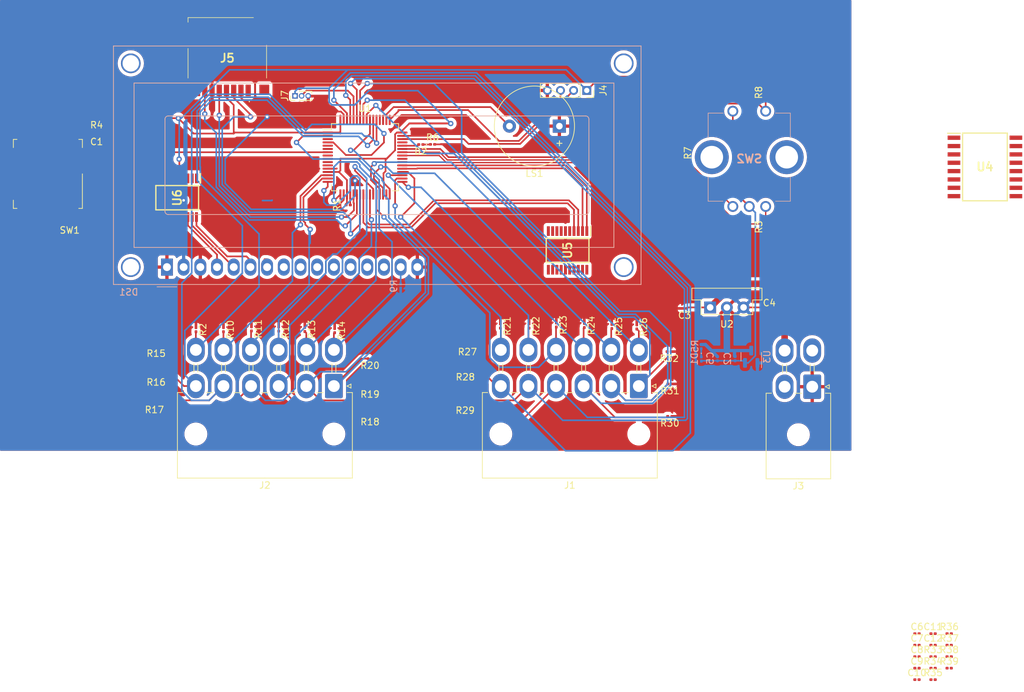
<source format=kicad_pcb>
(kicad_pcb (version 20221018) (generator pcbnew)
  (layers (0 "F.Cu" signal) (31 "B.Cu" signal) (34 "B.Paste" user) (35 "F.Paste" user) (36 "B.SilkS" user "B.Silkscreen") (37 "F.SilkS" user "F.Silkscreen") (38 "B.Mask" user) (39 "F.Mask" user) (44 "Edge.Cuts" user))
  (net 0 "")
  (net 1 "GND")
  (net 2 "Net-(U1-NRST)")
  (net 3 "+12V")
  (net 4 "+5V")
  (net 5 "+3.3V")
  (net 6 "Net-(U1-PC7)")
  (net 7 "Enc+")
  (net 8 "Net-(D1-K)")
  (net 9 "Net-(D2-K)")
  (net 10 "Enc-")
  (net 11 "Button")
  (net 12 "Net-(DS1-LED(+))")
  (net 13 "Out6")
  (net 14 "Net-(U1-PC6)")
  (net 15 "Net-(U1-PC5)")
  (net 16 "XIn")
  (net 17 "XOut")
  (net 18 "Net-(DS1-D0)")
  (net 19 "Net-(DS1-D1)")
  (net 20 "Net-(DS1-D2)")
  (net 21 "Net-(DS1-D3)")
  (net 22 "Out8")
  (net 23 "Out7")
  (net 24 "Out1")
  (net 25 "Out3")
  (net 26 "Net-(J5-CLK)")
  (net 27 "Net-(J5-DAT0)")
  (net 28 "Net-(J5-CMD)")
  (net 29 "Net-(DS1-D4)")
  (net 30 "Net-(DS1-D5)")
  (net 31 "In1")
  (net 32 "In2")
  (net 33 "In3")
  (net 34 "In11")
  (net 35 "In12")
  (net 36 "Out12")
  (net 37 "Out11")
  (net 38 "Out10")
  (net 39 "Out9")
  (net 40 "Net-(DS1-D6)")
  (net 41 "Net-(DS1-D7)")
  (net 42 "Net-(U1-PC4)")
  (net 43 "Net-(U1-PC3)")
  (net 44 "HeartBeat")
  (net 46 "Net-(J4-Pin_2)")
  (net 47 "Net-(J4-Pin_3)")
  (net 48 "Net-(U1-PA15)")
  (net 49 "Net-(U1-PC2)")
  (net 50 "Out4")
  (net 51 "Out5")
  (net 52 "Out2")
  (net 53 "In4")
  (net 54 "In5")
  (net 55 "In6")
  (net 56 "In7")
  (net 57 "In8")
  (net 58 "Net-(U1-PC1)")
  (net 59 "In9")
  (net 60 "In10")
  (net 65 "Net-(U1-PC0)")
  (net 66 "R1OutA")
  (net 67 "T1InA")
  (net 68 "rwA")
  (net 69 "EA")
  (net 70 "RSA")
  (net 71 "RSB")
  (net 72 "EB")
  (net 73 "rwB")
  (net 74 "T1InB")
  (net 75 "R1OutB")
  (net 76 "Net-(U4-C2+)")
  (net 77 "Net-(U4-C2-)")
  (net 78 "Net-(U4-C1+)")
  (net 79 "Net-(U4-C1-)")
  (net 80 "Net-(U4-VS-)")
  (net 81 "Net-(U4-VS+)")
  (net 82 "T2In")
  (net 83 "R1Out")
  (net 84 "R2Out")
  (net 85 "T1In")
  (net 86 "cs1")
  (net 87 "Boot0")
  (net 88 "232Out2")
  (net 89 "232In2")
  (net 90 "R2OutB")
  (net 91 "T2InB")
  (net 92 "232In1")
  (net 93 "232Out1")
  (footprint "Resistor_SMD:R_0201_0603Metric" (layer "F.Cu") (at 171.829411 100.473771 -90)
    (fp_text reference "R25")
    (fp_text value "10k" hide)
  )
  (footprint "Resistor_SMD:R_0201_0603Metric" (layer "F.Cu") (at 135.037033 105.364748 180)
    (fp_text reference "R20")
    (fp_text value "10k" hide)
  )
  (footprint "Resistor_SMD:R_0201_0603Metric" (layer "F.Cu") (at 220.71 154.21)
    (fp_text reference "R35")
    (fp_text value "10k")
  )
  (footprint "Resistor_SMD:R_0201_0603Metric" (layer "F.Cu") (at 154.86635 100.396614 -90)
    (fp_text reference "R21")
    (fp_text value "10k" hide)
  )
  (footprint "Resistor_SMD:R_0201_0603Metric" (layer "F.Cu") (at 102.235 114.2)
    (fp_text reference "R17")
    (fp_text value "10k" hide)
  )
  (footprint "Resistor_SMD:R_0201_0603Metric" (layer "F.Cu") (at 220.71 150.71)
    (fp_text reference "R33")
    (fp_text value "10k")
  )
  (footprint "Connector_Molex:Molex_Mini-Fit_Jr_5569-12A2_2x06_P4.20mm_Horizontal" (layer "F.Cu") (at 129.54 109.54 180)
    (fp_text reference "J2")
    (fp_text value "I/O A")
  )
  (footprint "Resistor_SMD:R_0201_0603Metric" (layer "F.Cu") (at 102.496637 110.011169)
    (fp_text reference "R16")
    (fp_text value "10k" hide)
  )
  (footprint "Resistor_SMD:R_0201_0603Metric" (layer "F.Cu") (at 144.554252 72.765487)
    (fp_text reference "R6")
    (fp_text value "470" hide)
  )
  (footprint "Resistor_SMD:R_0201_0603Metric" (layer "F.Cu") (at 182.893327 97.727787 180)
    (fp_text reference "C3")
    (fp_text value "0.1uf" hide)
  )
  (footprint "Package_QFP:LQFP-64_10x10mm_P0.5mm" (layer "F.Cu") (at 134.28 74.715)
    (fp_text reference "U1")
    (fp_text value "STM32F103RETx" hide)
  )
  (footprint "Resistor_SMD:R_0201_0603Metric" (layer "F.Cu") (at 175.628829 100.537551 -90)
    (fp_text reference "R26")
    (fp_text value "10k" hide)
  )
  (footprint "Resistor_SMD:R_0201_0603Metric" (layer "F.Cu") (at 180.656107 114.146547 180)
    (fp_text reference "R30")
    (fp_text value "10k" hide)
  )
  (footprint "Resistor_SMD:R_0201_0603Metric" (layer "F.Cu") (at 121.146121 100.860636 -90)
    (fp_text reference "R12")
    (fp_text value "10k" hide)
  )
  (footprint "Resistor_SMD:R_0201_0603Metric" (layer "F.Cu") (at 163.386258 100.243102 -90)
    (fp_text reference "R23")
    (fp_text value "10k" hide)
  )
  (footprint "Resistor_SMD:R_0201_0603Metric" (layer "F.Cu") (at 218.26 150.71)
    (fp_text reference "C8")
    (fp_text value "1uf")
  )
  (footprint "Connector_Molex:Molex_Mini-Fit_Jr_5569-04A2_2x02_P4.20mm_Horizontal" (layer "F.Cu") (at 202.32 109.64 180)
    (fp_text reference "J3")
    (fp_text value "Power")
  )
  (footprint "Resistor_SMD:R_0201_0603Metric" (layer "F.Cu") (at 180.685 109.22 180)
    (fp_text reference "R31")
    (fp_text value "10k" hide)
  )
  (footprint "Buzzer:Buzzer_12x9.5RM7.6" (layer "F.Cu") (at 163.851128 69.992131 180)
    (fp_text reference "LS1")
    (fp_text value "Speaker_Crystal")
  )
  (footprint "TXB0108PWR:SOP65P640X120-20N" (layer "F.Cu") (at 165.1 88.9 -90)
    (fp_text reference "U5")
    (fp_text value "TXB0108" hide)
  )
  (footprint "Resistor_SMD:R_0201_0603Metric" (layer "F.Cu") (at 218.26 147.21)
    (fp_text reference "C6")
    (fp_text value "1uf")
  )
  (footprint "Resistor_SMD:R_0201_0603Metric" (layer "F.Cu") (at 149.86 105.39063)
    (fp_text reference "R27")
    (fp_text value "10k" hide)
  )
  (footprint "Resistor_SMD:R_0201_0603Metric" (layer "F.Cu") (at 220.71 148.96)
    (fp_text reference "C12")
    (fp_text value "0.1uf")
  )
  (footprint "Resistor_SMD:R_0201_0603Metric" (layer "F.Cu") (at 223.16 147.21)
    (fp_text reference "R36")
    (fp_text value "10k")
  )
  (footprint "Resistor_SMD:R_0201_0603Metric" (layer "F.Cu") (at 93.439016 71.319279 180)
    (fp_text reference "C1")
    (fp_text value "0.1uf" hide)
  )
  (footprint "Resistor_SMD:R_0201_0603Metric" (layer "F.Cu") (at 116.999204 100.835265 -90)
    (fp_text reference "R11")
    (fp_text value "10k" hide)
  )
  (footprint "Resistor_SMD:R_0201_0603Metric" (layer "F.Cu") (at 131.715 81.99 180)
    (fp_text reference "R1")
    (fp_text value "10k" hide)
  )
  (footprint "Resistor_SMD:R_0201_0603Metric" (layer "F.Cu") (at 195.2536 85.333145 90)
    (fp_text reference "R3")
    (fp_text value "10k" hide)
  )
  (footprint "Resistor_SMD:R_0201_0603Metric" (layer "F.Cu") (at 149.515 114.3)
    (fp_text reference "R29")
    (fp_text value "10k" hide)
  )
  (footprint "Resistor_SMD:R_0201_0603Metric" (layer "F.Cu") (at 220.71 147.21)
    (fp_text reference "C11")
    (fp_text value "0.1uf")
  )
  (footprint "Connector_Molex:Molex_Mini-Fit_Jr_5569-12A2_2x06_P4.20mm_Horizontal" (layer "F.Cu") (at 175.94 109.54 180)
    (fp_text reference "J1")
    (fp_text value "I/O B")
  )
  (footprint "Resistor_SMD:R_0201_0603Metric" (layer "F.Cu") (at 102.496637 105.631169)
    (fp_text reference "R15")
    (fp_text value "10k" hide)
  )
  (footprint "Resistor_SMD:R_0201_0603Metric" (layer "F.Cu") (at 167.646213 100.319858 -90)
    (fp_text reference "R24")
    (fp_text value "10k" hide)
  )
  (footprint "Resistor_SMD:R_0201_0603Metric" (layer "F.Cu") (at 112.741882 100.956534 -90)
    (fp_text reference "R10")
    (fp_text value "10k" hide)
  )
  (footprint "Resistor_SMD:R_0201_0603Metric" (layer "F.Cu") (at 159.241438 100.396614 -90)
    (fp_text reference "R22")
    (fp_text value "10k" hide)
  )
  (footprint "Resistor_SMD:R_0201_0603Metric" (layer "F.Cu") (at 218.26 154.21)
    (fp_text reference "C10")
    (fp_text value "1uf")
  )
  (footprint "Resistor_SMD:R_0201_0603Metric" (layer "F.Cu") (at 223.16 150.71)
    (fp_text reference "R38")
    (fp_text value "10k")
  )
  (footprint "Resistor_SMD:R_0201_0603Metric" (layer "F.Cu") (at 180.568634 104.298556 180)
    (fp_text reference "R32")
    (fp_text value "10k" hide)
  )
  (footprint "TXB0108PWR:SOP65P640X120-20N" (layer "F.Cu") (at 105.705 80.882 -90)
    (fp_text reference "U6")
    (fp_text value "TXB0108" hide)
  )
  (footprint "Connector_PinSocket_2.00mm:PinSocket_1x04_P2.00mm_Vertical" (layer "F.Cu") (at 168.017451 64.558725 -90)
    (fp_text reference "J4")
    (fp_text value "SWD")
  )
  (footprint "DM3D:DM3DSF" (layer "F.Cu") (at 113.325 59.205)
    (fp_text reference "J5")
    (fp_text value "Micro_SD_Card" hide)
  )
  (footprint "Resistor_SMD:R_0201_0603Metric" (layer "F.Cu") (at 149.54 109.22)
    (fp_text reference "R28")
    (fp_text value "10k" hide)
  )
  (footprint "Resistor_SMD:R_0201_0603Metric" (layer "F.Cu") (at 125.119865 100.925793 -90)
    (fp_text reference "R13")
    (fp_text value "10k" hide)
  )
  (footprint "Resistor_SMD:R_0201_0603Metric" (layer "F.Cu") (at 223.16 152.46)
    (fp_text reference "R39")
    (fp_text value "10k")
  )
  (footprint "Resistor_SMD:R_0201_0603Metric" (layer "F.Cu") (at 135.037033 109.744748 180)
    (fp_text reference "R19")
    (fp_text value "10k" hide)
  )
  (footprint "Resistor_SMD:R_0201_0603Metric" (layer "F.Cu") (at 195.796813 97.932605)
    (fp_text reference "C4")
    (fp_text value "0.1uf" hide)
  )
  (footprint "Resistor_SMD:R_0201_0603Metric" (layer "F.Cu") (at 220.71 152.46)
    (fp_text reference "R34")
    (fp_text value "10k")
  )
  (footprint "LED_SMD:LED_0201_0603Metric" (layer "F.Cu") (at 142.768614 72.787478 180)
    (fp_text reference "D2")
    (fp_text value "LED" hide)
  )
  (footprint "Resistor_SMD:R_0201_0603Metric" (layer "F.Cu") (at 108.558844 100.956534 -90)
    (fp_text reference "R2")
    (fp_text value "10k" hide)
  )
  (footprint "Converter_DCDC:Converter_DCDC_Murata_OKI-78SR_Vertical" (layer "F.Cu") (at 186.793886 97.575)
    (fp_text reference "U2")
    (fp_text value "5v regulator" hide)
  )
  (footprint "Max232:SOIC127P1032X265-16N" (layer "F.Cu") (at 228.6 76.2)
    (fp_text reference "U4")
    (fp_text value "MAX232" hide)
  )
  (footprint "Resistor_SMD:R_0201_0603Metric" (layer "F.Cu") (at 223.16 148.96)
    (fp_text reference "R37")
    (fp_text value "10k")
  )
  (footprint "Resistor_SMD:R_0201_0603Metric" (layer "F.Cu") (at 135.037033 113.944748 180)
    (fp_text reference "R18")
    (fp_text value "10k" hide)
  )
  (footprint "Resistor_SMD:R_0201_0603Metric" (layer "F.Cu") (at 93.439016 68.779279 180)
    (fp_text reference "R4")
    (fp_text value "10k" hide)
  )
  (footprint "Resistor_SMD:R_0201_0603Metric" (layer "F.Cu") (at 218.26 152.46)
    (fp_text reference "C9")
    (fp_text value "1uf")
  )
  (footprint "Resistor_SMD:R_0201_0603Metric" (layer "F.Cu") (at 129.660451 101.10043 -90)
    (fp_text reference "R14")
    (fp_text value "10k" hide)
  )
  (footprint "Connector_PinHeader_1.00mm:PinHeader_1x03_P1.00mm_Vertical" (layer "F.Cu") (at 123.630069 65.384794 90)
    (fp_text reference "J7")
    (fp_text value "Boot")
  )
  (footprint "Button_Switch_SMD:SW_MEC_5GSH9" (layer "F.Cu") (at 86.02 77.255 180)
    (fp_text reference "SW1")
    (fp_text value "SW_MEC_5G")
  )
  (footprint "Resistor_SMD:R_0201_0603Metric" (layer "F.Cu") (at 218.26 148.96)
    (fp_text reference "C7")
    (fp_text value "1uf")
  )
  (footprint "Resistor_SMD:R_0201_0603Metric" (layer "F.Cu") (at 182.347517 74.077402 -90)
    (fp_text reference "R7")
    (fp_text value "10k" hide)
  )
  (footprint "Resistor_SMD:R_0201_0603Metric" (layer "F.Cu") (at 195.24 64.875 90)
    (fp_text reference "R8")
    (fp_text value "10k" hide)
  )
  (footprint "LED_SMD:LED_0201_0603Metric" (layer "B.Cu") (at 185.452413 105.422298 -90)
    (fp_text reference "D1")
    (fp_text value "LED" hide)
  )
  (footprint "Resistor_SMD:R_0201_0603Metric" (layer "B.Cu") (at 185.425861 103.538334 90)
    (fp_text reference "R5")
    (fp_text value "470" hide)
  )
  (footprint "Package_TO_SOT_SMD:SOT-23" (layer "B.Cu") (at 193.04 105.0775 90)
    (fp_text reference "U3")
    (fp_text value "3.3v Regulator" hide)
  )
  (footprint "Resistor_SMD:R_0201_0603Metric" (layer "B.Cu") (at 187.904021 105.378046 90)
    (fp_text reference "C5")
    (fp_text value "0.1uf" hide)
  )
  (footprint "Display:WC1602A" (layer "B.Cu") (at 104.14 91.44)
    (fp_text reference "DS1")
    (fp_text value "LCD")
  )
  (footprint "Resistor_SMD:R_0201_0603Metric" (layer "B.Cu") (at 190.585967 105.367537 90)
    (fp_text reference "C2")
    (fp_text value "0.1uf" hide)
  )
  (footprint "Resistor_SMD:R_0201_0603Metric" (layer "B.Cu") (at 139.7 94.325 -90)
    (fp_text reference "R9")
    (fp_text value "470" hide)
  )
  (footprint "Encoder:PEC11R4220FS0024" (layer "B.Cu") (at 195.24 67.715 180)
    (fp_text reference "SW2")
    (fp_text value "RoterySwitch" hide)
  )
  (segment (start 105.38 83.82) (end 105.38 82.8325) (width 0.25) (layer "F.Cu") (net 1))
  (segment (start 139.955 71.465) (end 143.942152 71.465) (width 0.25) (layer "F.Cu") (net 1))
  (segment (start 132.760188 78.297944) (end 132.760188 78.25844) (width 0.25) (layer "F.Cu") (net 1))
  (segment (start 105.441894 82.770606) (end 105.441894 81.545143) (width 0.25) (layer "F.Cu") (net 1))
  (segment (start 115.76 66.04) (end 115.4 65.68) (width 0.25) (layer "F.Cu") (net 1))
  (segment (start 132.760188 78.25844) (end 132.700931 78.317697) (width 0.25) (layer "F.Cu") (net 1))
  (segment (start 132.720684 78.297944) (end 132.760188 78.297944) (width 0.25) (layer "F.Cu") (net 1))
  (segment (start 131.03 69.04) (end 131.03 68.199315) (width 0.25) (layer "F.Cu") (net 1))
  (segment (start 115.4 65.68) (end 115.4 64.555) (width 0.25) (layer "F.Cu") (net 1))
  (segment (start 130.606474 67.775789) (end 129.65858 67.775789) (width 0.25) (layer "F.Cu") (net 1))
  (segment (start 143.942152 71.465) (end 144.627887 70.779265) (width 0.25) (layer "F.Cu") (net 1))
  (segment (start 105.38 82.8325) (end 105.441894 82.770606) (width 0.25) (layer "F.Cu") (net 1))
  (segment (start 105.38 79.54125) (end 105.394703 79.555953) (width 0.25) (layer "F.Cu") (net 1))
  (segment (start 144.874252 72.765487) (end 147.521058 72.765487) (width 0.25) (layer "F.Cu") (net 1))
  (segment (start 130.68038 81.580305) (end 130.265 81.580305) (width 0.25) (layer "F.Cu") (net 1))
  (segment (start 129.953471 76.465) (end 129.983268 76.435203) (width 0.25) (layer "F.Cu") (net 1))
  (segment (start 132.03 80.39) (end 132.03 78.988628) (width 0.25) (layer "F.Cu") (net 1))
  (segment (start 132.06 82.015) (end 132.03 81.985) (width 0.25) (layer "F.Cu") (net 1))
  (segment (start 131.03 68.199315) (end 130.606474 67.775789) (width 0.25) (layer "F.Cu") (net 1))
  (segment (start 105.38 77.944) (end 105.38 79.54125) (width 0.25) (layer "F.Cu") (net 1))
  (segment (start 137.53 80.39) (end 137.548279 80.408279) (width 0.25) (layer "F.Cu") (net 1))
  (segment (start 131.03 81.230685) (end 130.68038 81.580305) (width 0.25) (layer "F.Cu") (net 1))
  (segment (start 132.03 81.985) (end 132.03 80.39) (width 0.25) (layer "F.Cu") (net 1))
  (segment (start 116.84 66.04) (end 115.76 66.04) (width 0.25) (layer "F.Cu") (net 1))
  (segment (start 119.38 68.58) (end 116.84 66.04) (width 0.25) (layer "F.Cu") (net 1))
  (segment (start 128.605 76.465) (end 129.953471 76.465) (width 0.25) (layer "F.Cu") (net 1))
  (segment (start 132.03 78.988628) (end 132.720684 78.297944) (width 0.25) (layer "F.Cu") (net 1))
  (segment (start 131.03 80.39) (end 131.03 81.230685) (width 0.25) (layer "F.Cu") (net 1))
  (via (at 119.38 68.58) (size 0.8) (drill 0.4) (layers "F.Cu" "B.Cu") (net 1))
  (via (at 132.760188 78.297944) (size 0.8) (drill 0.4) (layers "F.Cu" "B.Cu") (net 1))
  (segment (start 113 78.707208) (end 116.937792 82.645) (width 0.25) (layer "B.Cu") (net 1))
  (segment (start 113 74.96) (end 113 78.707208) (width 0.25) (layer "B.Cu") (net 1))
  (segment (start 185.425861 103.218334) (end 186.064309 103.218334) (width 0.5) (layer "B.Cu") (net 1))
  (segment (start 190.5 104.14) (end 190.5 104.96157) (width 0.5) (layer "B.Cu") (net 1))
  (segment (start 189.334142 104.14) (end 190.5 104.14) (width 0.5) (layer "B.Cu") (net 1))
  (segment (start 186.985975 104.14) (end 189.334142 104.14) (width 0.5) (layer "B.Cu") (net 1))
  (segment (start 132.760188 80.599812) (end 132.760188 78.297944) (width 0.25) (layer "B.Cu") (net 1))
  (segment (start 186.064309 103.218334) (end 186.985975 104.14) (width 0.5) (layer "B.Cu") (net 1))
  (segment (start 119.38 68.58) (end 113 74.96) (width 0.25) (layer "B.Cu") (net 1))
  (segment (start 116.937792 82.645) (end 130.715 82.645) (width 0.25) (layer "B.Cu") (net 1))
  (segment (start 130.715 82.645) (end 132.760188 80.599812) (width 0.25) (layer "B.Cu") (net 1))
  (segment (start 190.5 104.14) (end 193.04 104.14) (width 0.5) (layer "B.Cu") (net 1))
  (segment (start 189.333886 97.575) (end 189.333886 104.139744) (width 1) (layer "B.Cu") (net 1))
  (segment (start 186.064309 103.218334) (end 187.904021 105.058046) (width 0.5) (layer "B.Cu") (net 1))
  (segment (start 190.5 104.96157) (end 190.545967 105.007537) (width 0.5) (layer "B.Cu") (net 1))
  (segment (start 189.333886 104.139744) (end 189.334142 104.14) (width 0.25) (layer "B.Cu") (net 1))
  (segment (start 190.545967 105.007537) (end 190.585967 105.007537) (width 0.5) (layer "B.Cu") (net 1))
  (segment (start 89.83 71.005) (end 93.054664 71.005) (width 0.25) (layer "F.Cu") (net 2))
  (segment (start 89.83 72.868604) (end 89.83 71.005) (width 0.25) (layer "F.Cu") (net 2))
  (segment (start 128.605 73.965) (end 90.926396 73.965) (width 0.25) (layer "F.Cu") (net 2))
  (segment (start 93.119016 70.940648) (end 93.119016 71.319279) (width 0.25) (layer "F.Cu") (net 2))
  (segment (start 93.119016 68.779279) (end 93.119016 70.940648) (width 0.25) (layer "F.Cu") (net 2))
  (segment (start 93.054664 71.005) (end 93.119016 70.940648) (width 0.25) (layer "F.Cu") (net 2))
  (segment (start 90.926396 73.965) (end 89.83 72.868604) (width 0.25) (layer "F.Cu") (net 2))
  (segment (start 190.388886 93.98) (end 186.793886 97.575) (width 1) (layer "F.Cu") (net 3))
  (segment (start 183.366114 97.575) (end 186.793886 97.575) (width 0.25) (layer "F.Cu") (net 3))
  (segment (start 198.12 93.98) (end 190.388886 93.98) (width 1) (layer "F.Cu") (net 3))
  (segment (start 198.12 93.98) (end 198.12 104.14) (width 1) (layer "F.Cu") (net 3))
  (segment (start 183.213327 97.727787) (end 183.366114 97.575) (width 0.25) (layer "F.Cu") (net 3))
  (segment (start 195.119208 97.575) (end 191.873886 97.575) (width 0.25) (layer "F.Cu") (net 4))
  (segment (start 106.03 83.82) (end 106.03 81.93) (width 0.25) (layer "F.Cu") (net 4))
  (segment (start 106.03 81.93) (end 106.68 81.28) (width 0.25) (layer "F.Cu") (net 4))
  (segment (start 195.476813 97.932605) (end 195.119208 97.575) (width 0.25) (layer "F.Cu") (net 4))
  (via (at 106.68 81.28) (size 0.8) (drill 0.4) (layers "F.Cu" "B.Cu") (net 4))
  (segment (start 120.09585 81.314611) (end 120.153578 81.256883) (width 0.25) (layer "B.Cu") (net 4))
  (segment (start 105.586665 81.28) (end 105.562265 81.3044) (width 0.25) (layer "B.Cu") (net 4))
  (segment (start 118.675745 81.314611) (end 120.09585 81.314611) (width 0.25) (layer "B.Cu") (net 4))
  (segment (start 106.68 81.28) (end 105.586665 81.28) (width 0.25) (layer "B.Cu") (net 4))
  (segment (start 108.199368 71.12) (end 105.873499 68.794131) (width 0.25) (layer "F.Cu") (net 5))
  (segment (start 141.052791 69.558867) (end 141.052791 69.558867) (width 0.25) (layer "F.Cu") (net 5))
  (segment (start 131.53 78.19) (end 131.53 80.39) (width 0.25) (layer "F.Cu") (net 5))
  (segment (start 137.092315 77.164695) (end 137.092315 78.61163) (width 0.25) (layer "F.Cu") (net 5))
  (segment (start 128.605 70.965) (end 114.455 70.965) (width 0.25) (layer "F.Cu") (net 5))
  (segment (start 128.605 76.965) (end 130.305 76.965) (width 0.25) (layer "F.Cu") (net 5))
  (segment (start 105.858647 68.779279) (end 93.759016 68.779279) (width 0.25) (layer "F.Cu") (net 5))
  (segment (start 131.395 81.798959) (end 131.53 81.663959) (width 0.25) (layer "F.Cu") (net 5))
  (segment (start 147.32 69.594299) (end 141.017359 69.594299) (width 0.25) (layer "F.Cu") (net 5))
  (segment (start 114.3 71.12) (end 114.3 66.78) (width 0.25) (layer "F.Cu") (net 5))
  (segment (start 130.53 71.12) (end 130.53 69.04) (width 0.25) (layer "F.Cu") (net 5))
  (segment (start 168.017451 64.558725) (end 170.111176 62.465) (width 0.25) (layer "F.Cu") (net 5))
  (segment (start 190.24 67.715) (end 190.24 69.635) (width 0.25) (layer "F.Cu") (net 5))
  (segment (start 114.455 70.965) (end 114.3 71.12) (width 0.25) (layer "F.Cu") (net 5))
  (segment (start 138.13 74.385) (end 138.855 73.66) (width 0.25) (layer "F.Cu") (net 5))
  (segment (start 137.57924 74.93576) (end 138.13 74.385) (width 0.25) (layer "F.Cu") (net 5))
  (segment (start 131.395 81.99) (end 131.395 81.798959) (width 0.25) (layer "F.Cu") (net 5))
  (segment (start 130.305 76.965) (end 130.53 76.74) (width 0.25) (layer "F.Cu") (net 5))
  (segment (start 141.017359 69.594299) (end 139.955 70.656658) (width 0.25) (layer "F.Cu") (net 5))
  (segment (start 113.2 65.68) (end 113.2 64.555) (width 0.25) (layer "F.Cu") (net 5))
  (segment (start 114.3 71.12) (end 108.199368 71.12) (width 0.25) (layer "F.Cu") (net 5))
  (segment (start 137.404302 76.852708) (end 137.092315 77.164695) (width 0.25) (layer "F.Cu") (net 5))
  (segment (start 139.955 70.656658) (end 139.955 70.965) (width 0.25) (layer "F.Cu") (net 5))
  (segment (start 130.53 74.93576) (end 137.57924 74.93576) (width 0.25) (layer "F.Cu") (net 5))
  (segment (start 190.24 79.715) (end 192.74 82.215) (width 0.25) (layer "F.Cu") (net 5))
  (segment (start 105.992991 75.011434) (end 106.03 75.048443) (width 0.25) (layer "F.Cu") (net 5))
  (segment (start 190.24 69.635) (end 190.24 79.715) (width 0.25) (layer "F.Cu") (net 5))
  (segment (start 147.284568 69.558867) (end 141.052791 69.558867) (width 0.25) (layer "F.Cu") (net 5))
  (segment (start 137.404302 75.110698) (end 137.404302 76.852708) (width 0.25) (layer "F.Cu") (net 5))
  (segment (start 197.78 62.86948) (end 197.78 69.635) (width 0.25) (layer "F.Cu") (net 5))
  (segment (start 105.873499 68.794131) (end 105.858647 68.779279) (width 0.25) (layer "F.Cu") (net 5))
  (segment (start 138.855 73.66) (end 138.855 71.224315) (width 0.25) (layer "F.Cu") (net 5))
  (segment (start 138.13 74.385) (end 137.404302 75.110698) (width 0.25) (layer "F.Cu") (net 5))
  (segment (start 147.32 69.594299) (end 147.284568 69.558867) (width 0.25) (layer "F.Cu") (net 5))
  (segment (start 197.37552 62.465) (end 197.78 62.86948) (width 0.25) (layer "F.Cu") (net 5))
  (segment (start 128.605 70.965) (end 130.375 70.965) (width 0.25) (layer "F.Cu") (net 5))
  (segment (start 170.111176 62.465) (end 197.37552 62.465) (width 0.25) (layer "F.Cu") (net 5))
  (segment (start 137.092315 78.61163) (end 138.03 79.549315) (width 0.25) (layer "F.Cu") (net 5))
  (segment (start 130.305 76.965) (end 131.53 78.19) (width 0.25) (layer "F.Cu") (net 5))
  (segment (start 130.375 70.965) (end 130.53 71.12) (width 0.25) (layer "F.Cu") (net 5))
  (segment (start 138.03 79.549315) (end 138.03 80.39) (width 0.25) (layer "F.Cu") (net 5))
  (segment (start 131.53 81.663959) (end 131.53 80.39) (width 0.25) (layer "F.Cu") (net 5))
  (segment (start 114.3 66.78) (end 113.2 65.68) (width 0.25) (layer "F.Cu") (net 5))
  (segment (start 139.114315 70.965) (end 139.955 70.965) (width 0.25) (layer "F.Cu") (net 5))
  (segment (start 138.855 71.224315) (end 139.114315 70.965) (width 0.25) (layer "F.Cu") (net 5))
  (segment (start 130.53 76.74) (end 130.53 74.93576) (width 0.25) (layer "F.Cu") (net 5))
  (segment (start 106.03 75.048443) (end 106.03 77.944) (width 0.25) (layer "F.Cu") (net 5))
  (segment (start 197.78 69.635) (end 190.24 69.635) (width 0.25) (layer "F.Cu") (net 5))
  (via (at 105.992991 75.011434) (size 0.8) (drill 0.4) (layers "F.Cu" "B.Cu") (net 5))
  (via (at 147.32 69.594299) (size 0.8) (drill 0.4) (layers "F.Cu" "B.Cu") (net 5))
  (via (at 105.873499 68.794131) (size 0.8) (drill 0.4) (layers "F.Cu" "B.Cu") (net 5))
  (segment (start 193.665 83.14) (end 193.665 104.924251) (width 0.25) (layer "B.Cu") (net 5))
  (segment (start 105.873499 68.794131) (end 106.301761 68.794131) (width 0.25) (layer "B.Cu") (net 5))
  (segment (start 192.74 82.215) (end 193.665 83.14) (width 0.25) (layer "B.Cu") (net 5))
  (segment (start 113.670892 61.425) (end 131.615 61.425) (width 0.25) (layer "B.Cu") (net 5))
  (segment (start 193.665 104.924251) (end 192.574251 106.015) (width 0.25) (layer "B.Cu") (net 5))
  (segment (start 164.883726 61.425) (end 168.017451 64.558725) (width 0.25) (layer "B.Cu") (net 5))
  (segment (start 192.574251 106.015) (end 192.09 106.015) (width 0.25) (layer "B.Cu") (net 5))
  (segment (start 129.239695 66.765) (end 128.815 66.340305) (width 0.25) (layer "B.Cu") (net 5))
  (segment (start 123.630069 64.709794) (end 124.114863 64.225) (width 0.25) (layer "B.Cu") (net 5))
  (segment (start 105.992991 75.011434) (end 106.022996 75.041439) (width 0.25) (layer "B.Cu") (net 5))
  (segment (start 185.507174 105.687537) (end 190.585967 105.687537) (width 0.25) (layer "B.Cu") (net 5))
  (segment (start 105.873499 68.794131) (end 106.022996 68.943628) (width 0.25) (layer "B.Cu") (net 5))
  (segment (start 128.815 66.340305) (end 128.815 64.225) (width 0.25) (layer "B.Cu") (net 5))
  (segment (start 128.815 64.225) (end 131.615 61.425) (width 0.25) (layer "B.Cu") (net 5))
  (segment (start 132.705821 66.765) (end 129.239695 66.765) (width 0.25) (layer "B.Cu") (net 5))
  (segment (start 106.301761 68.794131) (end 113.670892 61.425) (width 0.25) (layer "B.Cu") (net 5))
  (segment (start 106.022996 68.943628) (end 105.992991 75.011434) (width 0.25) (layer "B.Cu") (net 5))
  (segment (start 191.762537 105.687537) (end 192.09 106.015) (width 0.25) (layer "B.Cu") (net 5))
  (segment (start 124.114863 64.225) (end 128.815 64.225) (width 0.25) (layer "B.Cu") (net 5))
  (segment (start 123.630069 65.384794) (end 123.630069 64.709794) (width 0.25) (layer "B.Cu") (net 5))
  (segment (start 134.872237 64.598584) (end 132.705821 66.765) (width 0.25) (layer "B.Cu") (net 5))
  (segment (start 131.615 61.425) (end 164.883726 61.425) (width 0.25) (layer "B.Cu") (net 5))
  (segment (start 147.32 69.594299) (end 142.324285 64.598584) (width 0.25) (layer "B.Cu") (net 5))
  (segment (start 142.324285 64.598584) (end 134.872237 64.598584) (width 0.25) (layer "B.Cu") (net 5))
  (segment (start 190.585967 105.687537) (end 191.762537 105.687537) (width 0.25) (layer "B.Cu") (net 5))
  (segment (start 164.865 75.965) (end 168.025 79.125) (width 0.25) (layer "F.Cu") (net 6))
  (segment (start 168.025 79.125) (end 168.025 85.962) (width 0.25) (layer "F.Cu") (net 6))
  (segment (start 139.955 75.965) (end 164.865 75.965) (width 0.25) (layer "F.Cu") (net 6))
  (segment (start 191.035025 84.875) (end 195.24 84.875) (width 0.2) (layer "F.Cu") (net 7))
  (segment (start 145.563274 74.465) (end 146.638274 75.54) (width 0.2) (layer "F.Cu") (net 7))
  (segment (start 146.638274 75.54) (end 182.999314 75.54) (width 0.2) (layer "F.Cu") (net 7))
  (segment (start 188.045 80.585686) (end 188.045 81.884975) (width 0.2) (layer "F.Cu") (net 7))
  (segment (start 188.045 81.884975) (end 191.035025 84.875) (width 0.2) (layer "F.Cu") (net 7))
  (segment (start 182.999314 75.54) (end 188.045 80.585686) (width 0.2) (layer "F.Cu") (net 7))
  (segment (start 139.955 74.465) (end 145.563274 74.465) (width 0.2) (layer "F.Cu") (net 7))
  (segment (start 195.24 84.875) (end 195.24 82.215) (width 0.2) (layer "F.Cu") (net 7))
  (segment (start 185.425861 103.858334) (end 185.425861 105.075746) (width 0.25) (layer "B.Cu") (net 8))
  (segment (start 144.212261 72.787478) (end 144.234252 72.765487) (width 0.25) (layer "F.Cu") (net 9))
  (segment (start 143.088614 72.787478) (end 144.212261 72.787478) (width 0.25) (layer "F.Cu") (net 9))
  (segment (start 190.24 82.215) (end 183.165 75.14) (width 0.2) (layer "F.Cu") (net 10))
  (segment (start 145.62896 73.965) (end 139.955 73.965) (width 0.2) (layer "F.Cu") (net 10))
  (segment (start 182.54 75.14) (end 182.54 74.589885) (width 0.2) (layer "F.Cu") (net 10))
  (segment (start 183.165 75.14) (end 182.54 75.14) (width 0.2) (layer "F.Cu") (net 10))
  (segment (start 182.54 74.589885) (end 182.347517 74.397402) (width 0.2) (layer "F.Cu") (net 10))
  (segment (start 146.80396 75.14) (end 145.62896 73.965) (width 0.2) (layer "F.Cu") (net 10))
  (segment (start 182.54 75.14) (end 146.80396 75.14) (width 0.2) (layer "F.Cu") (net 10))
  (segment (start 177.46 74.715) (end 146.98 74.715) (width 0.25) (layer "F.Cu") (net 11))
  (segment (start 195.24 67.715) (end 194.09 66.565) (width 0.25) (layer "F.Cu") (net 11))
  (segment (start 146.98 74.715) (end 145.73 73.465) (width 0.25) (layer "F.Cu") (net 11))
  (segment (start 185.61 66.565) (end 177.46 74.715) (width 0.25) (layer "F.Cu") (net 11))
  (segment (start 145.73 73.465) (end 139.955 73.465) (width 0.25) (layer "F.Cu") (net 11))
  (segment (start 194.09 66.565) (end 185.61 66.565) (width 0.25) (layer "F.Cu") (net 11))
  (segment (start 195.24 67.715) (end 195.24 65.11) (width 0.25) (layer "F.Cu") (net 11))
  (segment (start 139.7 94.005) (end 139.7 91.44) (width 0.25) (layer "B.Cu") (net 12))
  (segment (start 136.03 72.564336) (end 136.03 69.04) (width 0.25) (layer "F.Cu") (net 13))
  (segment (start 106.725468 109.54) (end 108.54 109.54) (width 0.25) (layer "F.Cu") (net 13))
  (segment (start 102.816637 105.631169) (end 106.725468 109.54) (width 0.25) (layer "F.Cu") (net 13))
  (segment (start 136.042554 72.57689) (end 136.03 72.564336) (width 0.25) (layer "F.Cu") (net 13))
  (via (at 136.042554 72.57689) (size 0.8) (drill 0.4) (layers "F.Cu" "B.Cu") (net 13))
  (segment (start 106.865 107.865) (end 106.865 101.097412) (width 0.25) (layer "B.Cu") (net 13))
  (segment (start 106.865 101.097412) (end 115.615 92.347412) (width 0.25) (layer "B.Cu") (net 13))
  (segment (start 134.97811 71.512446) (end 136.042554 72.57689) (width 0.25) (layer "B.Cu") (net 13))
  (segment (start 108.725 77.241396) (end 108.725 67.643684) (width 0.25) (layer "B.Cu") (net 13))
  (segment (start 115.615 85.135) (end 108.77 78.29) (width 0.25) (layer "B.Cu") (net 13))
  (segment (start 108.77 78.29) (end 108.77 77.286396) (width 0.25) (layer "B.Cu") (net 13))
  (segment (start 115.615 92.347412) (end 115.615 85.135) (width 0.25) (layer "B.Cu") (net 13))
  (segment (start 134.181918 71.512446) (end 134.97811 71.512446) (width 0.25) (layer "B.Cu") (net 13))
  (segment (start 119.566396 65.59) (end 125.074919 71.098523) (width 0.25) (layer "B.Cu") (net 13))
  (segment (start 133.767995 71.098523) (end 134.181918 71.512446) (width 0.25) (layer "B.Cu") (net 13))
  (segment (start 108.54 109.54) (end 106.865 107.865) (width 0.25) (layer "B.Cu") (net 13))
  (segment (start 110.778684 65.59) (end 119.566396 65.59) (width 0.25) (layer "B.Cu") (net 13))
  (segment (start 125.074919 71.098523) (end 133.767995 71.098523) (width 0.25) (layer "B.Cu") (net 13))
  (segment (start 108.77 77.286396) (end 108.725 77.241396) (width 0.25) (layer "B.Cu") (net 13))
  (segment (start 108.725 67.643684) (end 110.778684 65.59) (width 0.25) (layer "B.Cu") (net 13))
  (segment (start 139.955 76.465) (end 142.19 76.465) (width 0.25) (layer "F.Cu") (net 14))
  (segment (start 167.375 79.111396) (end 167.375 85.962) (width 0.25) (layer "F.Cu") (net 14))
  (segment (start 142.24 76.415) (end 164.678604 76.415) (width 0.25) (layer "F.Cu") (net 14))
  (segment (start 142.19 76.465) (end 142.24 76.415) (width 0.25) (layer "F.Cu") (net 14))
  (segment (start 164.678604 76.415) (end 167.375 79.111396) (width 0.25) (layer "F.Cu") (net 14))
  (segment (start 134.954195 84.955) (end 141.105 84.955) (width 0.25) (layer "F.Cu") (net 15))
  (segment (start 134.53 80.39) (end 134.53 84.530805) (width 0.25) (layer "F.Cu") (net 15))
  (segment (start 144.78 81.28) (end 165.286396 81.28) (width 0.25) (layer "F.Cu") (net 15))
  (segment (start 134.53 84.530805) (end 134.954195 84.955) (width 0.25) (layer "F.Cu") (net 15))
  (segment (start 141.105 84.955) (end 144.78 81.28) (width 0.25) (layer "F.Cu") (net 15))
  (segment (start 166.725 82.718604) (end 166.725 85.962) (width 0.25) (layer "F.Cu") (net 15))
  (segment (start 165.286396 81.28) (end 166.725 82.718604) (width 0.25) (layer "F.Cu") (net 15))
  (segment (start 119.38 90.235) (end 118.985312 90.235) (width 0.25) (layer "F.Cu") (net 18))
  (segment (start 119.38 91.44) (end 119.38 90.235) (width 0.25) (layer "F.Cu") (net 18))
  (segment (start 125.34 101.465928) (end 125.34 104.04) (width 0.25) (layer "F.Cu") (net 22))
  (segment (start 129.64 81.28) (end 129.54 81.28) (width 0.25) (layer "F.Cu") (net 22))
  (segment (start 125.119865 101.245793) (end 125.34 101.465928) (width 0.25) (layer "F.Cu") (net 22))
  (segment (start 130.53 80.39) (end 129.64 81.28) (width 0.25) (layer "F.Cu") (net 22))
  (via (at 129.54 81.28) (size 0.8) (drill 0.4) (layers "F.Cu" "B.Cu") (net 22))
  (segment (start 133.057772 75.438814) (end 130.301186 75.438814) (width 0.25) (layer "B.Cu") (net 22))
  (segment (start 130.301186 75.438814) (end 129.54 76.2) (width 0.25) (layer "B.Cu") (net 22))
  (segment (start 133.482467 75.863509) (end 133.057772 75.438814) (width 0.25) (layer "B.Cu") (net 22))
  (segment (start 135.935 87.585) (end 135.9795 87.5405) (width 0.25) (layer "B.Cu") (net 22))
  (segment (start 125.34 104.04) (end 135.935 93.445) (width 0.25) (layer "B.Cu") (net 22))
  (segment (start 135.9795 87.5405) (end 135.9795 78.697033) (width 0.25) (layer "B.Cu") (net 22))
  (segment (start 133.482467 76.2) (end 133.482467 75.863509) (width 0.25) (layer "B.Cu") (net 22))
  (segment (start 135.935 93.445) (end 135.935 87.585) (width 0.25) (layer "B.Cu") (net 22))
  (segment (start 135.9795 78.697033) (end 133.482467 76.2) (width 0.25) (layer "B.Cu") (net 22))
  (segment (start 129.54 76.2) (end 129.54 81.28) (width 0.25) (layer "B.Cu") (net 22))
  (segment (start 128.605 71.465) (end 124.865785 71.465) (width 0.25) (layer "F.Cu") (net 23))
  (segment (start 129.660451 101.42043) (end 129.54 101.540881) (width 0.25) (layer "F.Cu") (net 23))
  (segment (start 129.54 101.540881) (end 129.54 104.04) (width 0.25) (layer "F.Cu") (net 23))
  (segment (start 124.865785 71.465) (end 123.854299 72.476486) (width 0.25) (layer "F.Cu") (net 23))
  (via (at 123.854299 72.476486) (size 0.8) (drill 0.4) (layers "F.Cu" "B.Cu") (net 23))
  (segment (start 138.385 95.195) (end 138.385 87.585) (width 0.25) (layer "B.Cu") (net 23))
  (segment (start 136.4295 78.174146) (end 133.244168 74.988814) (width 0.25) (layer "B.Cu") (net 23))
  (segment (start 138.385 87.585) (end 136.4295 85.6295) (width 0.25) (layer "B.Cu") (net 23))
  (segment (start 129.54 104.04) (end 138.385 95.195) (width 0.25) (layer "B.Cu") (net 23))
  (segment (start 136.4295 85.6295) (end 136.4295 78.174146) (width 0.25) (layer "B.Cu") (net 23))
  (segment (start 126.366627 74.988814) (end 123.854299 72.476486) (width 0.25) (layer "B.Cu") (net 23))
  (segment (start 133.244168 74.988814) (end 126.366627 74.988814) (width 0.25) (layer "B.Cu") (net 23))
  (segment (start 134.717033 105.364748) (end 133.715252 105.364748) (width 0.25) (layer "F.Cu") (net 24))
  (segment (start 132.08 73.66) (end 132.546434 73.66) (width 0.25) (layer "F.Cu") (net 24))
  (segment (start 135.03 71.176434) (end 135.03 69.04) (width 0.25) (layer "F.Cu") (net 24))
  (segment (start 133.715252 105.364748) (end 129.54 109.54) (width 0.25) (layer "F.Cu") (net 24))
  (segment (start 132.546434 73.66) (end 135.03 71.176434) (width 0.25) (layer "F.Cu") (net 24))
  (via (at 132.08 73.66) (size 0.8) (drill 0.4) (layers "F.Cu" "B.Cu") (net 24))
  (segment (start 132.55175 73.66) (end 136.8795 77.98775) (width 0.25) (layer "B.Cu") (net 24))
  (segment (start 132.08 73.66) (end 132.55175 73.66) (width 0.25) (layer "B.Cu") (net 24))
  (segment (start 143.915 89.938604) (end 143.915 95.481396) (width 0.25) (layer "B.Cu") (net 24))
  (segment (start 129.856396 109.54) (end 129.54 109.54) (width 0.25) (layer "B.Cu") (net 24))
  (segment (start 137.885 81.191396) (end 137.885 83.908604) (width 0.25) (layer "B.Cu") (net 24))
  (segment (start 136.8795 77.98775) (end 136.8795 78.26651) (width 0.25) (layer "B.Cu") (net 24))
  (segment (start 137.16 78.54701) (end 137.16 80.466396) (width 0.25) (layer "B.Cu") (net 24))
  (segment (start 136.8795 78.26651) (end 137.16 78.54701) (width 0.25) (layer "B.Cu") (net 24))
  (segment (start 137.16 80.466396) (end 137.885 81.191396) (width 0.25) (layer "B.Cu") (net 24))
  (segment (start 143.915 95.481396) (end 129.856396 109.54) (width 0.25) (layer "B.Cu") (net 24))
  (segment (start 137.885 83.908604) (end 143.915 89.938604) (width 0.25) (layer "B.Cu") (net 24))
  (segment (start 132.757467 76.776782) (end 135.53 79.549315) (width 0.25) (layer "F.Cu") (net 25))
  (segment (start 125.544748 113.944748) (end 121.14 109.54) (width 0.25) (layer "F.Cu") (net 25))
  (segment (start 132.757467 76.163814) (end 132.757467 76.776782) (width 0.25) (layer "F.Cu") (net 25))
  (segment (start 135.53 79.549315) (end 135.53 80.39) (width 0.25) (layer "F.Cu") (net 25))
  (segment (start 134.717033 113.944748) (end 125.544748 113.944748) (width 0.25) (layer "F.Cu") (net 25))
  (segment (start 134.717033 113.944748) (end 134.322033 113.549748) (width 0.25) (layer "F.Cu") (net 25))
  (via (at 132.757467 76.163814) (size 0.8) (drill 0.4) (layers "F.Cu" "B.Cu") (net 25))
  (segment (start 134.5295 86.4505) (end 134.5295 77.935847) (width 0.25) (layer "B.Cu") (net 25))
  (segment (start 121.14 109.54) (end 122.815 107.865) (width 0.25) (layer "B.Cu") (net 25))
  (segment (start 134.5295 77.935847) (end 132.757467 76.163814) (width 0.25) (layer "B.Cu") (net 25))
  (segment (start 122.815 107.865) (end 122.815 100.297412) (width 0.25) (layer "B.Cu") (net 25))
  (segment (start 130.855 90.125) (end 134.5295 86.4505) (width 0.25) (layer "B.Cu") (net 25))
  (segment (start 130.855 92.257412) (end 130.855 90.125) (width 0.25) (layer "B.Cu") (net 25))
  (segment (start 122.815 100.297412) (end 130.855 92.257412) (width 0.25) (layer "B.Cu") (net 25))
  (segment (start 130.702008 83.82) (end 131.575 83.82) (width 0.25) (layer "F.Cu") (net 26))
  (segment (start 132.59 82.805) (end 132.59 81.713959) (width 0.25) (layer "F.Cu") (net 26))
  (segment (start 131.575 83.82) (end 132.59 82.805) (width 0.25) (layer "F.Cu") (net 26))
  (segment (start 112.1 68.337986) (end 112.130069 68.368055) (width 0.25) (layer "F.Cu") (net 26))
  (segment (start 132.53 81.653959) (end 132.53 80.39) (width 0.25) (layer "F.Cu") (net 26))
  (segment (start 112.1 68.337986) (end 112.1 64.555) (width 0.25) (layer "F.Cu") (net 26))
  (segment (start 132.59 81.713959) (end 132.53 81.653959) (width 0.25) (layer "F.Cu") (net 26))
  (via (at 112.1 68.337986) (size 0.8) (drill 0.4) (layers "F.Cu" "B.Cu") (net 26))
  (via (at 130.702008 83.82) (size 0.8) (drill 0.4) (layers "F.Cu" "B.Cu") (net 26))
  (segment (start 112.1 68.337986) (end 112.1 79.08) (width 0.25) (layer "B.Cu") (net 26))
  (segment (start 112.1 79.08) (end 116.84 83.82) (width 0.25) (layer "B.Cu") (net 26))
  (segment (start 116.84 83.82) (end 130.702008 83.82) (width 0.25) (layer "B.Cu") (net 26))
  (segment (start 109.9 64.555) (end 109.9 68.130385) (width 0.25) (layer "F.Cu") (net 27))
  (segment (start 131.272257 85.170161) (end 133.04 83.402419) (width 0.25) (layer "F.Cu") (net 27))
  (segment (start 109.9 68.130385) (end 109.871855 68.15853) (width 0.25) (layer "F.Cu") (net 27))
  (segment (start 133.04 80.4) (end 133.03 80.39) (width 0.25) (layer "F.Cu") (net 27))
  (segment (start 133.04 83.402419) (end 133.04 80.4) (width 0.25) (layer "F.Cu") (net 27))
  (via (at 109.9 68.130385) (size 0.8) (drill 0.4) (layers "F.Cu" "B.Cu") (net 27))
  (via (at 131.272257 85.170161) (size 0.8) (drill 0.4) (layers "F.Cu" "B.Cu") (net 27))
  (segment (start 130.890161 85.170161) (end 131.272257 85.170161) (width 0.25) (layer "B.Cu") (net 27))
  (segment (start 109.9 69.26) (end 111.65 71.01) (width 0.25) (layer "B.Cu") (net 27))
  (segment (start 116.653604 84.27) (end 129.99 84.27) (width 0.25) (layer "B.Cu") (net 27))
  (segment (start 129.99 84.27) (end 130.890161 85.170161) (width 0.25) (layer "B.Cu") (net 27))
  (segment (start 111.65 71.01) (end 111.65 79.266396) (width 0.25) (layer "B.Cu") (net 27))
  (segment (start 111.65 79.266396) (end 116.653604 84.27) (width 0.25) (layer "B.Cu") (net 27))
  (segment (start 109.9 68.130385) (end 109.9 69.26) (width 0.25) (layer "B.Cu") (net 27))
  (segment (start 133.53 80.39) (end 133.53 84.91) (width 0.25) (layer "F.Cu") (net 28))
  (segment (start 114.3 64.555) (end 114.3 65.68) (width 0.25) (layer "F.Cu") (net 28))
  (segment (start 114.3 65.68) (end 117.2 68.58) (width 0.25) (layer "F.Cu") (net 28))
  (segment (start 133.53 84.91) (end 132.08 86.36) (width 0.25) (layer "F.Cu") (net 28))
  (via (at 116.84 68.58) (size 0.8) (drill 0.4) (layers "F.Cu" "B.Cu") (net 28))
  (via (at 132.08 86.36) (size 0.8) (drill 0.4) (layers "F.Cu" "B.Cu") (net 28))
  (segment (start 112.55 78.893604) (end 112.55 70.33) (width 0.25) (layer "B.Cu") (net 28))
  (segment (start 132.08 84.172687) (end 131.002313 83.095) (width 0.25) (layer "B.Cu") (net 28))
  (segment (start 112.55 70.33) (end 114.3 68.58) (width 0.25) (layer "B.Cu") (net 28))
  (segment (start 131.002313 83.095) (end 116.751396 83.095) (width 0.25) (layer "B.Cu") (net 28))
  (segment (start 132.08 86.36) (end 132.08 84.172687) (width 0.25) (layer "B.Cu") (net 28))
  (segment (start 116.751396 83.095) (end 112.55 78.893604) (width 0.25) (layer "B.Cu") (net 28))
  (segment (start 114.3 68.58) (end 116.84 68.58) (width 0.25) (layer "B.Cu") (net 28))
  (segment (start 180.333634 105.146366) (end 180.333634 104.14) (width 0.25) (layer "F.Cu") (net 31))
  (segment (start 134.53 68.199315) (end 134.53 69.04) (width 0.25) (layer "F.Cu") (net 31))
  (segment (start 135.888662 66.840653) (end 134.53 68.199315) (width 0.25) (layer "F.Cu") (net 31))
  (segment (start 175.94 109.54) (end 180.333634 105.146366) (width 0.25) (layer "F.Cu") (net 31))
  (segment (start 135.93217 66.840653) (end 135.888662 66.840653) (width 0.25) (layer "F.Cu") (net 31))
  (via (at 135.93217 66.840653) (size 0.8) (drill 0.4) (layers "F.Cu" "B.Cu") (net 31))
  (segment (start 143.242507 74.15099) (end 135.93217 66.840653) (width 0.25) (layer "B.Cu") (net 31))
  (segment (start 147.81099 74.15099) (end 143.242507 74.15099) (width 0.25) (layer "B.Cu") (net 31))
  (segment (start 177.615 101.415) (end 175.26 99.06) (width 0.25) (layer "B.Cu") (net 31))
  (segment (start 177.615 107.865) (end 177.615 101.415) (width 0.25) (layer "B.Cu") (net 31))
  (segment (start 175.26 99.06) (end 172.72 99.06) (width 0.25) (layer "B.Cu") (net 31))
  (segment (start 172.72 99.06) (end 147.81099 74.15099) (width 0.25) (layer "B.Cu") (net 31))
  (segment (start 175.94 109.54) (end 177.615 107.865) (width 0.25) (layer "B.Cu") (net 31))
  (segment (start 171.74 109.54) (end 173.915 111.715) (width 0.25) (layer "F.Cu") (net 32))
  (segment (start 134.03 66.63) (end 134.62 66.04) (width 0.25) (layer "F.Cu") (net 32))
  (segment (start 134.03 69.04) (end 134.03 66.63) (width 0.25) (layer "F.Cu") (net 32))
  (segment (start 177.87 111.715) (end 180.365 109.22) (width 0.25) (layer "F.Cu") (net 32))
  (segment (start 173.915 111.715) (end 177.87 111.715) (width 0.25) (layer "F.Cu") (net 32))
  (via (at 134.62 66.04) (size 0.8) (drill 0.4) (layers "F.Cu" "B.Cu") (net 32))
  (segment (start 140.336396 66.04) (end 134.62 66.04) (width 0.25) (layer "B.Cu") (net 32))
  (segment (start 173.915 111.715) (end 177.845 111.715) (width 0.25) (layer "B.Cu") (net 32))
  (segment (start 177.845 111.715) (end 180.34 109.22) (width 0.25) (layer "B.Cu") (net 32))
  (segment (start 180.34 103.503604) (end 175.446396 98.61) (width 0.25) (layer "B.Cu") (net 32))
  (segment (start 180.34 109.22) (end 180.34 103.503604) (width 0.25) (layer "B.Cu") (net 32))
  (segment (start 175.446396 98.61) (end 172.906396 98.61) (width 0.25) (layer "B.Cu") (net 32))
  (segment (start 171.74 109.54) (end 173.915 111.715) (width 0.25) (layer "B.Cu") (net 32))
  (segment (start 172.906396 98.61) (end 140.336396 66.04) (width 0.25) (layer "B.Cu") (net 32))
  (segment (start 133.53 64.59) (end 134.62 63.5) (width 0.25) (layer "F.Cu") (net 33))
  (segment (start 167.54 109.54) (end 172.3 114.3) (width 0.25) (layer "F.Cu") (net 33))
  (segment (start 172.3 114.3) (end 180.34 114.3) (width 0.25) (layer "F.Cu") (net 33))
  (segment (start 133.53 69.04) (end 133.53 64.59) (width 0.25) (layer "F.Cu") (net 33))
  (via (at 134.62 63.5) (size 0.8) (drill 0.4) (layers "F.Cu" "B.Cu") (net 33))
  (segment (start 180.79 109.406396) (end 180.79 101.413604) (width 0.25) (layer "B.Cu") (net 33))
  (segment (start 178.031396 112.165) (end 180.79 109.406396) (width 0.25) (layer "B.Cu") (net 33))
  (segment (start 144.78 63.5) (end 134.62 63.5) (width 0.25) (layer "B.Cu") (net 33))
  (segment (start 170.165 112.165) (end 178.031396 112.165) (width 0.25) (layer "B.Cu") (net 33))
  (segment (start 173.092792 98.16) (end 148.981443 74.048651) (width 0.25) (layer "B.Cu") (net 33))
  (segment (start 148.981443 67.701443) (end 144.78 63.5) (width 0.25) (layer "B.Cu") (net 33))
  (segment (start 148.981443 74.048651) (end 148.981443 67.701443) (width 0.25) (layer "B.Cu") (net 33))
  (segment (start 180.79 101.413604) (end 177.536396 98.16) (width 0.25) (layer "B.Cu") (net 33))
  (segment (start 177.536396 98.16) (end 173.092792 98.16) (width 0.25) (layer "B.Cu") (net 33))
  (segment (start 167.54 109.54) (end 170.165 112.165) (width 0.25) (layer "B.Cu") (net 33))
  (segment (start 159.14 100.818052) (end 159.14 104.04) (width 0.25) (layer "F.Cu") (net 34))
  (segment (start 159.241438 100.716614) (end 159.14 100.818052) (width 0.25) (layer "F.Cu") (net 34))
  (segment (start 137.817315 77.465) (end 139.955 77.465) (width 0.25) (layer "F.Cu") (net 34))
  (via (at 137.817315 77.465) (size 0.8) (drill 0.4) (layers "F.Cu" "B.Cu") (net 34))
  (segment (start 159.14 104.04) (end 159.14 98.787685) (width 0.25) (layer "B.Cu") (net 34))
  (segment (start 159.14 98.787685) (end 137.817315 77.465) (width 0.25) (layer "B.Cu") (net 34))
  (segment (start 139.955 76.965) (end 140.795685 76.965) (width 0.25) (layer "F.Cu") (net 35))
  (segment (start 154.94 100.790264) (end 154.94 104.04) (width 0.25) (layer "F.Cu") (net 35))
  (segment (start 140.795685 76.965) (end 141.79 77.959315) (width 0.25) (layer "F.Cu") (net 35))
  (segment (start 141.79 81.73) (end 139.7 83.82) (width 0.25) (layer "F.Cu") (net 35))
  (segment (start 154.86635 100.716614) (end 154.94 100.790264) (width 0.25) (layer "F.Cu") (net 35))
  (segment (start 141.79 77.959315) (end 141.79 81.73) (width 0.25) (layer "F.Cu") (net 35))
  (via (at 139.7 83.82) (size 0.8) (drill 0.4) (layers "F.Cu" "B.Cu") (net 35))
  (segment (start 154.94 99.06) (end 139.7 83.82) (width 0.25) (layer "B.Cu") (net 35))
  (segment (start 154.94 104.04) (end 154.94 99.06) (width 0.25) (layer "B.Cu") (net 35))
  (segment (start 108.558844 101.276534) (end 108.54 101.295378) (width 0.25) (layer "F.Cu") (net 36))
  (segment (start 135.53 72.064846) (end 135.53 69.04) (width 0.25) (layer "F.Cu") (net 36))
  (segment (start 134.659846 72.935) (end 135.53 72.064846) (width 0.25) (layer "F.Cu") (net 36))
  (segment (start 108.54 101.295378) (end 108.54 104.04) (width 0.25) (layer "F.Cu") (net 36))
  (via (at 134.659846 72.935) (size 0.8) (drill 0.4) (layers "F.Cu" "B.Cu") (net 36))
  (segment (start 124.888523 71.548523) (end 133.290131 71.548523) (width 0.25) (layer "B.Cu") (net 36))
  (segment (start 108.54 104.04) (end 118.155 94.425) (width 0.25) (layer "B.Cu") (net 36))
  (segment (start 118.155 94.425) (end 118.155 86.407792) (width 0.25) (layer "B.Cu") (net 36))
  (segment (start 109.22 76.2) (end 109.175 76.155) (width 0.25) (layer "B.Cu") (net 36))
  (segment (start 109.22 77.472792) (end 109.22 76.2) (width 0.25) (layer "B.Cu") (net 36))
  (segment (start 109.175 67.83008) (end 110.96508 66.04) (width 0.25) (layer "B.Cu") (net 36))
  (segment (start 133.290131 71.548523) (end 134.659846 72.918238) (width 0.25) (layer "B.Cu") (net 36))
  (segment (start 119.38 66.04) (end 124.888523 71.548523) (width 0.25) (layer "B.Cu") (net 36))
  (segment (start 118.155 86.407792) (end 109.22 77.472792) (width 0.25) (layer "B.Cu") (net 36))
  (segment (start 110.96508 66.04) (end 119.38 66.04) (width 0.25) (layer "B.Cu") (net 36))
  (segment (start 134.659846 72.918238) (end 134.659846 72.935) (width 0.25) (layer "B.Cu") (net 36))
  (segment (start 109.175 76.155) (end 109.175 67.83008) (width 0.25) (layer "B.Cu") (net 36))
  (segment (start 127.627919 77.465) (end 128.605 77.465) (width 0.25) (layer "F.Cu") (net 37))
  (segment (start 124.46 84.9945) (end 124.46 80.632919) (width 0.25) (layer "F.Cu") (net 37))
  (segment (start 112.74 101.278416) (end 112.74 104.04) (width 0.25) (layer "F.Cu") (net 37))
  (segment (start 112.741882 101.276534) (end 112.74 101.278416) (width 0.25) (layer "F.Cu") (net 37))
  (segment (start 124.46 80.632919) (end 127.627919 77.465) (width 0.25) (layer "F.Cu") (net 37))
  (via (at 124.46 84.9945) (size 0.8) (drill 0.4) (layers "F.Cu" "B.Cu") (net 37))
  (segment (start 124.46 84.9945) (end 123.235 86.2195) (width 0.25) (layer "B.Cu") (net 37))
  (segment (start 123.235 86.2195) (end 123.235 93.545) (width 0.25) (layer "B.Cu") (net 37))
  (segment (start 123.235 93.545) (end 112.74 104.04) (width 0.25) (layer "B.Cu") (net 37))
  (segment (start 125.935524 85.702409) (end 125.185 84.951885) (width 0.25) (layer "F.Cu") (net 38))
  (segment (start 116.999204 101.155265) (end 116.94 101.214469) (width 0.25) (layer "F.Cu") (net 38))
  (segment (start 125.185 84.694195) (end 124.91 84.419195) (width 0.25) (layer "F.Cu") (net 38))
  (segment (start 124.91 80.819315) (end 127.764315 77.965) (width 0.25) (layer "F.Cu") (net 38))
  (segment (start 116.94 101.214469) (end 116.94 104.04) (width 0.25) (layer "F.Cu") (net 38))
  (segment (start 125.185 84.951885) (end 125.185 84.694195) (width 0.25) (layer "F.Cu") (net 38))
  (segment (start 127.764315 77.965) (end 128.605 77.965) (width 0.25) (layer "F.Cu") (net 38))
  (segment (start 124.91 84.419195) (end 124.91 80.819315) (width 0.25) (layer "F.Cu") (net 38))
  (via (at 125.935524 85.702409) (size 0.8) (drill 0.4) (layers "F.Cu" "B.Cu") (net 38))
  (segment (start 125.775 94.251016) (end 116.94 103.086016) (width 0.25) (layer "B.Cu") (net 38))
  (segment (start 116.94 103.086016) (end 116.94 104.04) (width 0.25) (layer "B.Cu") (net 38))
  (segment (start 125.935524 85.702409) (end 125.775 85.862933) (width 0.25) (layer "B.Cu") (net 38))
  (segment (start 125.935524 85.702409) (end 125.935524 87.794198) (width 0.25) (layer "B.Cu") (net 38))
  (segment (start 125.775 85.862933) (end 125.775 94.251016) (width 0.25) (layer "B.Cu") (net 38))
  (segment (start 125.935524 87.794198) (end 125.775 87.954722) (width 0.25) (layer "B.Cu") (net 38))
  (segment (start 128.015106 79.802401) (end 128.030871 79.786636) (width 0.25) (layer "F.Cu") (net 39))
  (segment (start 121.14 101.186757) (end 121.14 104.04) (width 0.25) (layer "F.Cu") (net 39))
  (segment (start 128.022988 79.794519) (end 128.022988 79.802401) (width 0.25) (layer "F.Cu") (net 39))
  (segment (start 121.146121 101.180636) (end 121.14 101.186757) (width 0.25) (layer "F.Cu") (net 39))
  (segment (start 128.605 79.212507) (end 128.022988 79.794519) (width 0.25) (layer "F.Cu") (net 39))
  (segment (start 128.022988 79.802401) (end 128.015106 79.802401) (width 0.25) (layer "F.Cu") (net 39))
  (segment (start 128.605 78.465) (end 128.605 79.212507) (width 0.25) (layer "F.Cu") (net 39))
  (via (at 128.022988 79.802401) (size 0.8) (drill 0.4) (layers "F.Cu" "B.Cu") (net 39))
  (segment (start 121.14 104.04) (end 121.14 99.522412) (width 0.25) (layer "B.Cu") (net 39))
  (segment (start 133.485188 85.980117) (end 133.485188 77.997639) (width 0.25) (layer "B.Cu") (net 39))
  (segment (start 128.45 82.005) (end 128.022988 81.577988) (width 0.25) (layer "B.Cu") (net 39))
  (segment (start 133.060493 77.572944) (end 132.459883 77.572944) (width 0.25) (layer "B.Cu") (net 39))
  (segment (start 132.035188 77.997639) (end 132.035188 79.810117) (width 0.25) (layer "B.Cu") (net 39))
  (segment (start 121.14 99.522412) (end 128.315 92.347412) (width 0.25) (layer "B.Cu") (net 39))
  (segment (start 132.459883 77.572944) (end 132.035188 77.997639) (width 0.25) (layer "B.Cu") (net 39))
  (segment (start 130.015305 89.45) (end 133.485188 85.980117) (width 0.25) (layer "B.Cu") (net 39))
  (segment (start 128.315 90.532588) (end 129.397588 89.45) (width 0.25) (layer "B.Cu") (net 39))
  (segment (start 129.397588 89.45) (end 130.015305 89.45) (width 0.25) (layer "B.Cu") (net 39))
  (segment (start 129.840305 82.005) (end 128.45 82.005) (width 0.25) (layer "B.Cu") (net 39))
  (segment (start 133.485188 77.997639) (end 133.060493 77.572944) (width 0.25) (layer "B.Cu") (net 39))
  (segment (start 128.022988 81.577988) (end 128.022988 79.802401) (width 0.25) (layer "B.Cu") (net 39))
  (segment (start 132.035188 79.810117) (end 129.840305 82.005) (width 0.25) (layer "B.Cu") (net 39))
  (segment (start 128.315 92.347412) (end 128.315 90.532588) (width 0.25) (layer "B.Cu") (net 39))
  (segment (start 134.03 84.667201) (end 134.03 80.39) (width 0.25) (layer "F.Cu") (net 42))
  (segment (start 134.767799 85.405) (end 134.03 84.667201) (width 0.25) (layer "F.Cu") (net 42))
  (segment (start 166.075 82.705) (end 165.1 81.73) (width 0.25) (layer "F.Cu") (net 42))
  (segment (start 166.075 85.962) (end 166.075 82.705) (width 0.25) (layer "F.Cu") (net 42))
  (segment (start 141.291396 85.405) (end 134.767799 85.405) (width 0.25) (layer "F.Cu") (net 42))
  (segment (start 165.1 81.73) (end 144.966396 81.73) (width 0.25) (layer "F.Cu") (net 42))
  (segment (start 144.966396 81.73) (end 141.291396 85.405) (width 0.25) (layer "F.Cu") (net 42))
  (segment (start 139.955 72.965) (end 142.271092 72.965) (width 0.25) (layer "F.Cu") (net 44))
  (segment (start 142.271092 72.965) (end 142.448614 72.787478) (width 0.25) (layer "F.Cu") (net 44))
  (segment (start 166.017451 64.558725) (end 157.886176 72.69) (width 0.25) (layer "F.Cu") (net 46))
  (segment (start 157.886176 72.69) (end 150.035 72.69) (width 0.25) (layer "F.Cu") (net 46))
  (segment (start 150.035 72.69) (end 149.52 72.175) (width 0.25) (layer "F.Cu") (net 46))
  (segment (start 149.52 72.175) (end 149.31 71.965) (width 0.25) (layer "F.Cu") (net 46))
  (segment (start 149.31 71.965) (end 139.955 71.965) (width 0.25) (layer "F.Cu") (net 46))
  (segment (start 164.017451 65.911382) (end 157.688833 72.24) (width 0.25) (layer "F.Cu") (net 47))
  (segment (start 164.017451 64.558725) (end 164.017451 65.911382) (width 0.25) (layer "F.Cu") (net 47))
  (segment (start 139.36 67.71) (end 138.03 69.04) (width 0.25) (layer "F.Cu") (net 47))
  (segment (start 157.688833 72.24) (end 154.665 72.24) (width 0.25) (layer "F.Cu") (net 47))
  (segment (start 149.97 67.545) (end 139.36 67.545) (width 0.25) (layer "F.Cu") (net 47))
  (segment (start 139.36 67.545) (end 139.36 67.71) (width 0.25) (layer "F.Cu") (net 47))
  (segment (start 154.665 72.24) (end 149.97 67.545) (width 0.25) (layer "F.Cu") (net 47))
  (segment (start 153.353997 67.095) (end 138.634315 67.095) (width 0.25) (layer "F.Cu") (net 48))
  (segment (start 156.251128 69.992131) (end 153.353997 67.095) (width 0.25) (layer "F.Cu") (net 48))
  (segment (start 138.634315 67.095) (end 137.53 68.199315) (width 0.25) (layer "F.Cu") (net 48))
  (segment (start 137.53 68.199315) (end 137.53 69.04) (width 0.25) (layer "F.Cu") (net 48))
  (segment (start 135.2545 84.23) (end 135.03 84.0055) (width 0.25) (layer "F.Cu") (net 50))
  (segment (start 112.28 114.2) (end 116.94 109.54) (width 0.25) (layer "F.Cu") (net 50))
  (segment (start 102.555 114.2) (end 112.28 114.2) (width 0.25) (layer "F.Cu") (net 50))
  (segment (start 135.03 84.0055) (end 135.03 80.39) (width 0.25) (layer "F.Cu") (net 50))
  (via (at 135.2545 84.23) (size 0.8) (drill 0.4) (layers "F.Cu" "B.Cu") (net 50))
  (segment (start 135.2545 88.2655) (end 135.2545 84.23) (width 0.25) (layer "B.Cu") (net 50))
  (segment (start 123.665 102.077412) (end 133.395 92.347412) (width 0.25) (layer "B.Cu") (net 50))
  (segment (start 119.115 111.715) (end 121.833808 111.715) (width 0.25) (layer "B.Cu") (net 50))
  (segment (start 121.833808 111.715) (end 123.665 109.883808) (width 0.25) (layer "B.Cu") (net 50))
  (segment (start 123.665 109.883808) (end 123.665 102.077412) (width 0.25) (layer "B.Cu") (net 50))
  (segment (start 116.94 109.54) (end 119.115 111.715) (width 0.25) (layer "B.Cu") (net 50))
  (segment (start 133.395 92.347412) (end 133.395 90.125) (width 0.25) (layer "B.Cu") (net 50))
  (segment (start 133.395 90.125) (end 135.2545 88.2655) (width 0.25) (layer "B.Cu") (net 50))
  (segment (start 102.816637 110.011169) (end 104.520468 111.715) (width 0.25) (layer "F.Cu") (net 51))
  (segment (start 135.259749 74.385) (end 131.365685 74.385) (width 0.25) (layer "F.Cu") (net 51))
  (segment (start 137.16 71.12) (end 137.16 72.484749) (width 0.25) (layer "F.Cu") (net 51))
  (segment (start 129.445685 72.465) (end 128.605 72.465) (width 0.25) (layer "F.Cu") (net 51))
  (segment (start 110.565 111.715) (end 112.74 109.54) (width 0.25) (layer "F.Cu") (net 51))
  (segment (start 137.16 72.484749) (end 135.259749 74.385) (width 0.25) (layer "F.Cu") (net 51))
  (segment (start 131.365685 74.385) (end 129.445685 72.465) (width 0.25) (layer "F.Cu") (net 51))
  (segment (start 104.520468 111.715) (end 110.565 111.715) (width 0.25) (layer "F.Cu") (net 51))
  (via (at 137.16 71.12) (size 0.8) (drill 0.4) (layers "F.Cu" "B.Cu") (net 51))
  (segment (start 110.565 111.715) (end 112.74 109.54) (width 0.25) (layer "B.Cu") (net 51))
  (segment (start 107.846192 111.715) (end 110.565 111.715) (width 0.25) (layer "B.Cu") (net 51))
  (segment (start 107.905 92.347412) (end 106.415 93.837412) (width 0.25) (layer "B.Cu") (net 51))
  (segment (start 110.592288 65.14) (end 107.905 67.827288) (width 0.25) (layer "B.Cu") (net 51))
  (segment (start 106.415 110.283808) (end 107.846192 111.715) (width 0.25) (layer "B.Cu") (net 51))
  (segment (start 106.415 93.837412) (end 106.415 110.283808) (width 0.25) (layer "B.Cu") (net 51))
  (segment (start 125.261315 70.648523) (end 119.752792 65.14) (width 0.25) (layer "B.Cu") (net 51))
  (segment (start 135.764718 69.724718) (end 126.18512 69.724718) (width 0.25) (layer "B.Cu") (net 51))
  (segment (start 107.905 67.827288) (end 107.905 92.347412) (width 0.25) (layer "B.Cu") (net 51))
  (segment (start 119.752792 65.14) (end 110.592288 65.14) (width 0.25) (layer "B.Cu") (net 51))
  (segment (start 135.764718 69.724718) (end 137.16 71.12) (width 0.25) (layer "B.Cu") (net 51))
  (segment (start 126.18512 69.724718) (end 125.261315 70.648523) (width 0.25) (layer "B.Cu") (net 51))
  (segment (start 132.746781 111.715) (end 127.515 111.715) (width 0.25) (layer "F.Cu") (net 52))
  (segment (start 134.717033 109.744748) (end 132.746781 111.715) (width 0.25) (layer "F.Cu") (net 52))
  (segment (start 127.515 111.715) (end 125.34 109.54) (width 0.25) (layer "F.Cu") (net 52))
  (segment (start 136.03 80.39) (end 136.03 82.69) (width 0.25) (layer "F.Cu") (net 52))
  (segment (start 136.03 82.69) (end 137.16 83.82) (width 0.25) (layer "F.Cu") (net 52))
  (via (at 137.16 83.82) (size 0.8) (drill 0.4) (layers "F.Cu" "B.Cu") (net 52))
  (segment (start 125.34 109.54) (end 127.515 107.365) (width 0.25) (layer "B.Cu") (net 52))
  (segment (start 127.515 107.365) (end 131.395 107.365) (width 0.25) (layer "B.Cu") (net 52))
  (segment (start 131.395 107.365) (end 143.465 95.295) (width 0.25) (layer "B.Cu") (net 52))
  (segment (start 143.465 90.125) (end 137.16 83.82) (width 0.25) (layer "B.Cu") (net 52))
  (segment (start 143.465 95.295) (end 143.465 90.125) (width 0.25) (layer "B.Cu") (net 52))
  (segment (start 133.03 64.45) (end 133.03 69.04) (width 0.25) (layer "F.Cu") (net 53))
  (segment (start 132.08 63.5) (end 133.03 64.45) (width 0.25) (layer "F.Cu") (net 53))
  (segment (start 158.58 114.3) (end 152.4 114.3) (width 0.25) (layer "F.Cu") (net 53))
  (segment (start 163.34 109.54) (end 158.58 114.3) (width 0.25) (layer "F.Cu") (net 53))
  (via (at 132.08 63.5) (size 0.8) (drill 0.4) (layers "F.Cu" "B.Cu") (net 53))
  (segment (start 182.88 94.781167) (end 182.88 114.3) (width 0.25) (layer "B.Cu") (net 53))
  (segment (start 182.88 114.3) (end 168.1 114.3) (width 0.25) (layer "B.Cu") (net 53))
  (segment (start 150.873833 62.775) (end 182.88 94.781167) (width 0.25) (layer "B.Cu") (net 53))
  (segment (start 132.08 63.5) (end 132.805 62.775) (width 0.25) (layer "B.Cu") (net 53))
  (segment (start 168.1 114.3) (end 163.34 109.54) (width 0.25) (layer "B.Cu") (net 53))
  (segment (start 132.805 62.775) (end 150.873833 62.775) (width 0.25) (layer "B.Cu") (net 53))
  (segment (start 156.965 111.715) (end 152.355 111.715) (width 0.25) (layer "F.Cu") (net 54))
  (segment (start 132.03 65.99) (end 132.03 69.04) (width 0.25) (layer "F.Cu") (net 54))
  (segment (start 152.355 111.715) (end 149.86 109.22) (width 0.25) (layer "F.Cu") (net 54))
  (segment (start 131.355 65.315) (end 132.03 65.99) (width 0.25) (layer "F.Cu") (net 54))
  (segment (start 159.14 109.54) (end 156.965 111.715) (width 0.25) (layer "F.Cu") (net 54))
  (via (at 131.355 65.315) (size 0.8) (drill 0.4) (layers "F.Cu" "B.Cu") (net 54))
  (segment (start 131.355 63.199695) (end 132.229695 62.325) (width 0.25) (layer "B.Cu") (net 54))
  (segment (start 183.066396 114.75) (end 164.35 114.75) (width 0.25) (layer "B.Cu") (net 54))
  (segment (start 131.355 65.315) (end 131.355 63.199695) (width 0.25) (layer "B.Cu") (net 54))
  (segment (start 183.33 94.594771) (end 183.33 114.486396) (width 0.25) (layer "B.Cu") (net 54))
  (segment (start 151.060229 62.325) (end 183.33 94.594771) (width 0.25) (layer "B.Cu") (net 54))
  (segment (start 183.33 114.486396) (end 183.066396 114.75) (width 0.25) (layer "B.Cu") (net 54))
  (segment (start 132.229695 62.325) (end 151.060229 62.325) (width 0.25) (layer "B.Cu") (net 54))
  (segment (start 164.35 114.75) (end 159.14 109.54) (width 0.25) (layer "B.Cu") (net 54))
  (segment (start 154.94 109.54) (end 154.32937 109.54) (width 0.25) (layer "F.Cu") (net 55))
  (segment (start 131.53 69.04) (end 131.53 68.03) (width 0.25) (layer "F.Cu") (net 55))
  (segment (start 154.32937 109.54) (end 150.18 105.39063) (width 0.25) (layer "F.Cu") (net 55))
  (segment (start 131.53 68.03) (end 129.54 66.04) (width 0.25) (layer "F.Cu") (net 55))
  (via (at 129.54 66.04) (size 0.8) (drill 0.4) (layers "F.Cu" "B.Cu") (net 55))
  (segment (start 183.78 116.705326) (end 181.105326 119.38) (width 0.25) (layer "B.Cu") (net 55))
  (segment (start 129.54 66.04) (end 129.54 64.378299) (width 0.25) (layer "B.Cu") (net 55))
  (segment (start 129.54 64.378299) (end 132.043299 61.875) (width 0.25) (layer "B.Cu") (net 55))
  (segment (start 183.78 94.408375) (end 183.78 116.705326) (width 0.25) (layer "B.Cu") (net 55))
  (segment (start 151.246625 61.875) (end 183.78 94.408375) (width 0.25) (layer "B.Cu") (net 55))
  (segment (start 132.043299 61.875) (end 151.246625 61.875) (width 0.25) (layer "B.Cu") (net 55))
  (segment (start 164.78 119.38) (end 154.94 109.54) (width 0.25) (layer "B.Cu") (net 55))
  (segment (start 181.105326 119.38) (end 164.78 119.38) (width 0.25) (layer "B.Cu") (net 55))
  (segment (start 175.628829 100.857551) (end 175.94 101.168722) (width 0.25) (layer "F.Cu") (net 56))
  (segment (start 135.680227 75.693857) (end 135.182081 76.192003) (width 0.25) (layer "F.Cu") (net 56))
  (segment (start 175.94 101.168722) (end 175.94 104.04) (width 0.25) (layer "F.Cu") (net 56))
  (segment (start 135.182081 76.192003) (end 135.182081 78.201396) (width 0.25) (layer "F.Cu") (net 56))
  (segment (start 135.182081 78.201396) (end 136.53 79.549315) (width 0.25) (layer "F.Cu") (net 56))
  (segment (start 136.53 79.549315) (end 136.53 80.39) (width 0.25) (layer "F.Cu") (net 56))
  (via (at 135.680227 75.693857) (size 0.8) (drill 0.4) (layers "F.Cu" "B.Cu") (net 56))
  (segment (start 135.899084 75.475) (end 135.680227 75.693857) (width 0.25) (layer "B.Cu") (net 56))
  (segment (start 175.94 104.04) (end 147.375 75.475) (width 0.25) (layer "B.Cu") (net 56))
  (segment (start 147.375 75.475) (end 135.899084 75.475) (width 0.25) (layer "B.Cu") (net 56))
  (segment (start 171.829411 100.793771) (end 171.74 100.883182) (width 0.25) (layer "F.Cu") (net 57))
  (segment (start 137.03 79.412919) (end 137.03 80.39) (width 0.25) (layer "F.Cu") (net 57))
  (segment (start 135.632081 78.015) (end 137.03 79.412919) (width 0.25) (layer "F.Cu") (net 57))
  (segment (start 136.679302 76.2) (end 135.632081 77.247221) (width 0.25) (layer "F.Cu") (net 57))
  (segment (start 171.74 100.883182) (end 171.74 104.04) (width 0.25) (layer "F.Cu") (net 57))
  (segment (start 135.632081 77.247221) (end 135.632081 78.015) (width 0.25) (layer "F.Cu") (net 57))
  (via (at 136.679302 76.2) (size 0.8) (drill 0.4) (layers "F.Cu" "B.Cu") (net 57))
  (segment (start 137.57762 76.2) (end 138.542315 77.164695) (width 0.25) (layer "B.Cu") (net 57))
  (segment (start 136.679302 76.2) (end 137.57762 76.2) (width 0.25) (layer "B.Cu") (net 57))
  (segment (start 138.542315 77.164695) (end 144.864695 77.164695) (width 0.25) (layer "B.Cu") (net 57))
  (segment (start 144.864695 77.164695) (end 171.74 104.04) (width 0.25) (layer "B.Cu") (net 57))
  (segment (start 140.787458 79.297458) (end 139.955 78.465) (width 0.25) (layer "F.Cu") (net 59))
  (segment (start 167.646213 100.639858) (end 167.54 100.746071) (width 0.25) (layer "F.Cu") (net 59))
  (segment (start 167.54 100.746071) (end 167.54 104.04) (width 0.25) (layer "F.Cu") (net 59))
  (segment (start 140.874757 79.297458) (end 140.787458 79.297458) (width 0.25) (layer "F.Cu") (net 59))
  (via (at 140.874757 79.297458) (size 0.8) (drill 0.4) (layers "F.Cu" "B.Cu") (net 59))
  (segment (start 142.797458 79.297458) (end 167.54 104.04) (width 0.25) (layer "B.Cu") (net 59))
  (segment (start 140.874757 79.297458) (end 142.797458 79.297458) (width 0.25) (layer "B.Cu") (net 59))
  (segment (start 163.386258 100.563102) (end 163.34 100.60936) (width 0.25) (layer "F.Cu") (net 60))
  (segment (start 139.114315 77.965) (end 139.955 77.965) (width 0.25) (layer "F.Cu") (net 60))
  (segment (start 138.855 78.224315) (end 139.114315 77.965) (width 0.25) (layer "F.Cu") (net 60))
  (segment (start 138.855 82.125) (end 138.855 78.224315) (width 0.25) (layer "F.Cu") (net 60))
  (segment (start 163.34 100.60936) (end 163.34 104.04) (width 0.25) (layer "F.Cu") (net 60))
  (via (at 138.855 82.125) (size 0.8) (drill 0.4) (layers "F.Cu" "B.Cu") (net 60))
  (segment (start 153.265 98.410305) (end 153.265 105.233808) (width 0.25) (layer "B.Cu") (net 60))
  (segment (start 138.855 84.000305) (end 153.265 98.410305) (width 0.25) (layer "B.Cu") (net 60))
  (segment (start 154.711192 106.68) (end 160.7 106.68) (width 0.25) (layer "B.Cu") (net 60))
  (segment (start 138.855 82.125) (end 138.855 84.000305) (width 0.25) (layer "B.Cu") (net 60))
  (segment (start 160.7 106.68) (end 163.34 104.04) (width 0.25) (layer "B.Cu") (net 60))
  (segment (start 153.265 105.233808) (end 154.711192 106.68) (width 0.25) (layer "B.Cu") (net 60))
  (segment (start 107.33 85.106396) (end 107.33 83.82) (width 0.25) (layer "F.Cu") (net 71))
  (segment (start 111.76 91.44) (end 111.76 89.536396) (width 0.25) (layer "F.Cu") (net 71))
  (segment (start 111.76 89.536396) (end 107.33 85.106396) (width 0.25) (layer "F.Cu") (net 71))
  (segment (start 111.76 91.84) (end 111.76 91.44) (width 0.25) (layer "F.Cu") (net 71))
  (segment (start 116.84 90.412412) (end 116.242588 89.815) (width 0.25) (layer "F.Cu") (net 72))
  (segment (start 116.84 91.44) (end 116.84 90.412412) (width 0.25) (layer "F.Cu") (net 72))
  (segment (start 108.63 85.133604) (end 108.63 83.82) (width 0.25) (layer "F.Cu") (net 72))
  (segment (start 116.242588 89.815) (end 113.311396 89.815) (width 0.25) (layer "F.Cu") (net 72))
  (segment (start 113.311396 89.815) (end 108.63 85.133604) (width 0.25) (layer "F.Cu") (net 72))
  (segment (start 107.98 85.12) (end 107.98 83.82) (width 0.25) (layer "F.Cu") (net 73))
  (segment (start 114.3 91.44) (end 107.98 85.12) (width 0.25) (layer "F.Cu") (net 73))
  (segment (start 124.630069 65.324133) (end 124.630069 65.384794) (width 0.25) (layer "F.Cu") (net 87))
  (segment (start 132.53 69.04) (end 132.53 65.464695) (width 0.25) (layer "F.Cu") (net 87))
  (segment (start 125.364202 64.59) (end 124.630069 65.324133) (width 0.25) (layer "F.Cu") (net 87))
  (segment (start 131.655305 64.59) (end 125.364202 64.59) (width 0.25) (layer "F.Cu") (net 87))
  (segment (start 132.53 65.464695) (end 131.655305 64.59) (width 0.25) (layer "F.Cu") (net 87))
  (zone (net 1) (net_name "GND") (layer "F.Cu") (connect_pads (clearance 0.5)) (min_thickness 0.25) (fill yes (thermal_gap 0.5) (thermal_bridge_width 0.5))
    (polygon (pts (xy 208.28 50.8) (xy 78.74 50.8) (xy 78.74 119.38) (xy 208.28 119.38)))
  )
  (zone (net 4) (net_name "+5V") (layer "B.Cu") (priority 1) (connect_pads (clearance 0.5)) (min_thickness 0.25) (fill yes (thermal_gap 0.5) (thermal_bridge_width 0.5))
    (polygon (pts (xy 208.28 50.8) (xy 78.74 50.8) (xy 78.74 119.38) (xy 208.28 119.38)))
  )
)
</source>
